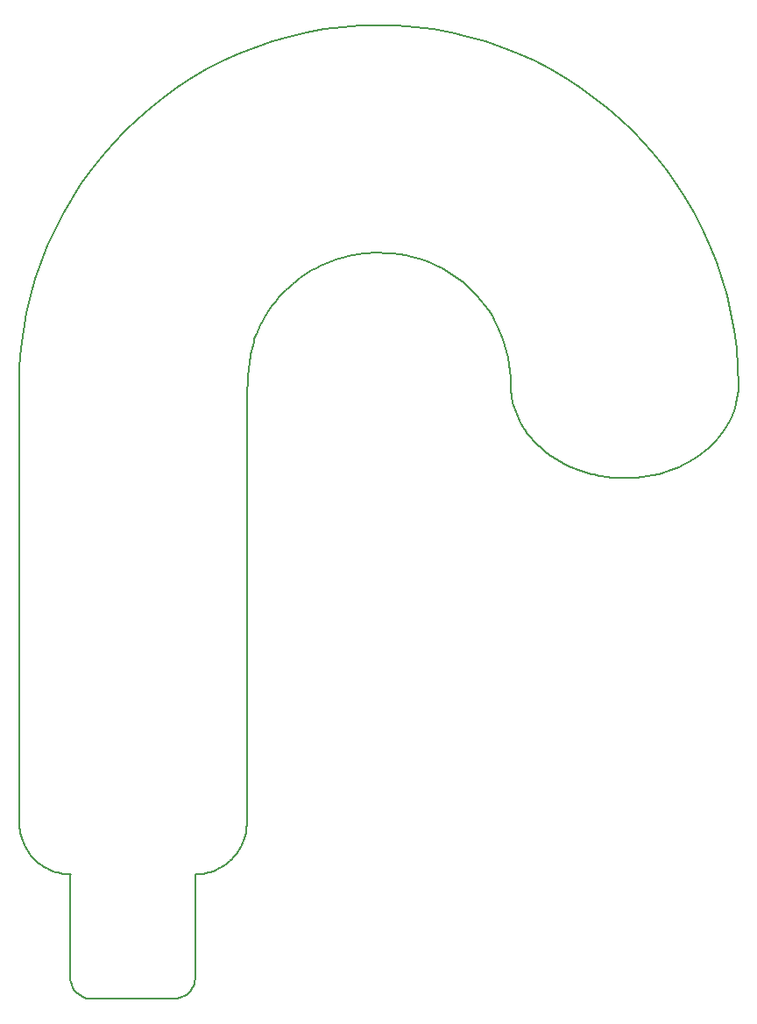
<source format=gm1>
%TF.GenerationSoftware,KiCad,Pcbnew,8.0.4*%
%TF.CreationDate,2024-11-17T15:32:08-07:00*%
%TF.ProjectId,chrimbus2023,63687269-6d62-4757-9332-3032332e6b69,rev?*%
%TF.SameCoordinates,Original*%
%TF.FileFunction,Profile,NP*%
%FSLAX46Y46*%
G04 Gerber Fmt 4.6, Leading zero omitted, Abs format (unit mm)*
G04 Created by KiCad (PCBNEW 8.0.4) date 2024-11-17 15:32:08*
%MOMM*%
%LPD*%
G01*
G04 APERTURE LIST*
%ADD10C,0.200000*%
%TA.AperFunction,Profile*%
%ADD11C,0.200000*%
%TD*%
G04 APERTURE END LIST*
D10*
X80516015Y-146321719D02*
X80773313Y-146315212D01*
X81027233Y-146295902D01*
X81277459Y-146264102D01*
X81523678Y-146220127D01*
X81765576Y-146164291D01*
X82002839Y-146096909D01*
X82235152Y-146018294D01*
X82462202Y-145928760D01*
X82683674Y-145828623D01*
X82899254Y-145718196D01*
X83108629Y-145597793D01*
X83311484Y-145467729D01*
X83507504Y-145328318D01*
X83696377Y-145179874D01*
X83877788Y-145022712D01*
X84051422Y-144857145D01*
X84216966Y-144683488D01*
X84374105Y-144502055D01*
X84522527Y-144313160D01*
X84661915Y-144117118D01*
X84791957Y-143914243D01*
X84912338Y-143704849D01*
X85022744Y-143489250D01*
X85122862Y-143267761D01*
X85212376Y-143040696D01*
X85290973Y-142808368D01*
X85358340Y-142571093D01*
X85414160Y-142329184D01*
X85458122Y-142082956D01*
X85489910Y-141832723D01*
X85509211Y-141578799D01*
X85515710Y-141321499D01*
X133015651Y-99060000D02*
X132970056Y-97282800D01*
X132834775Y-95527627D01*
X132612063Y-93796737D01*
X132304176Y-92092386D01*
X131913368Y-90416828D01*
X131441895Y-88772319D01*
X130892011Y-87161114D01*
X130265973Y-85585470D01*
X129566035Y-84047640D01*
X128794453Y-82549881D01*
X127953481Y-81094447D01*
X127045375Y-79683595D01*
X126072390Y-78319580D01*
X125036781Y-77004657D01*
X123940804Y-75741081D01*
X122786714Y-74531108D01*
X121576765Y-73376993D01*
X120313213Y-72280991D01*
X118998314Y-71245359D01*
X117634321Y-70272351D01*
X116223492Y-69364223D01*
X114768080Y-68523229D01*
X113270341Y-67751627D01*
X111732531Y-67051670D01*
X110156904Y-66425614D01*
X108545715Y-65875716D01*
X106901220Y-65404229D01*
X105225675Y-65013409D01*
X103521333Y-64705513D01*
X101790450Y-64482794D01*
X100035283Y-64347509D01*
X98258085Y-64301914D01*
D11*
X111015961Y-99056382D02*
X111015441Y-99060000D01*
X80516015Y-156321619D02*
X80516015Y-146321719D01*
X68455770Y-146321719D02*
X68455770Y-156321619D01*
D10*
X78515621Y-158321499D02*
X78762267Y-158306288D01*
X79003175Y-158261266D01*
X79235781Y-158187493D01*
X79457523Y-158086030D01*
X79665838Y-157957939D01*
X79858165Y-157804279D01*
X79930046Y-157735894D01*
X63515503Y-141321499D02*
X63522015Y-141578794D01*
X63541331Y-141832713D01*
X63573135Y-142082942D01*
X63617114Y-142329167D01*
X63672953Y-142571073D01*
X63740338Y-142808346D01*
X63818955Y-143040672D01*
X63908490Y-143267736D01*
X64008628Y-143489224D01*
X64119056Y-143704823D01*
X64239458Y-143914217D01*
X64369522Y-144117092D01*
X64508932Y-144313135D01*
X64657375Y-144502030D01*
X64814536Y-144683464D01*
X64980101Y-144857122D01*
X65153756Y-145022691D01*
X65335187Y-145179855D01*
X65524079Y-145328300D01*
X65720119Y-145467713D01*
X65922991Y-145597779D01*
X66132383Y-145718184D01*
X66347979Y-145828613D01*
X66569466Y-145928752D01*
X66796529Y-146018287D01*
X67028854Y-146096903D01*
X67266127Y-146164288D01*
X67508034Y-146220125D01*
X67754260Y-146264101D01*
X68004491Y-146295901D01*
X68258414Y-146315212D01*
X68515714Y-146321719D01*
D11*
X68515714Y-146321719D02*
X68455770Y-146321719D01*
D10*
X98258085Y-64301914D02*
X96480884Y-64347510D01*
X94725712Y-64482795D01*
X92994822Y-64705514D01*
X91290470Y-65013410D01*
X89614913Y-65404230D01*
X87970404Y-65875717D01*
X86359199Y-66425616D01*
X84783554Y-67051671D01*
X83245725Y-67751628D01*
X81747966Y-68523231D01*
X80292533Y-69364224D01*
X78881681Y-70272352D01*
X77517666Y-71245360D01*
X76202742Y-72280992D01*
X74939167Y-73376993D01*
X73729194Y-74531108D01*
X72575079Y-75741081D01*
X71479078Y-77004657D01*
X70443446Y-78319580D01*
X69470438Y-79683595D01*
X68562310Y-81094447D01*
X67721317Y-82549881D01*
X66949714Y-84047640D01*
X66249757Y-85585469D01*
X65623702Y-87161114D01*
X65073803Y-88772319D01*
X64602316Y-90416828D01*
X64211496Y-92092385D01*
X63903600Y-93796737D01*
X63680881Y-95527627D01*
X63545596Y-97282799D01*
X63500000Y-99060000D01*
X122015811Y-108059967D02*
X122581863Y-108048244D01*
X123140485Y-108013478D01*
X123690984Y-107956234D01*
X124232670Y-107877078D01*
X124764851Y-107776575D01*
X125286836Y-107655290D01*
X125797934Y-107513789D01*
X126297455Y-107352637D01*
X126784706Y-107172400D01*
X127258997Y-106973644D01*
X127719636Y-106756933D01*
X128165934Y-106522833D01*
X128597197Y-106271910D01*
X129012736Y-106004729D01*
X129411859Y-105721856D01*
X129793875Y-105423856D01*
X130158094Y-105111294D01*
X130503823Y-104784736D01*
X130830372Y-104444748D01*
X131137049Y-104091894D01*
X131423164Y-103726741D01*
X131688026Y-103349853D01*
X131930943Y-102961797D01*
X132151224Y-102563138D01*
X132348178Y-102154441D01*
X132521114Y-101736271D01*
X132669341Y-101309195D01*
X132792168Y-100873777D01*
X132888903Y-100430583D01*
X132958856Y-99980178D01*
X133001336Y-99523129D01*
X133015651Y-99060000D01*
D11*
X70455647Y-158321499D02*
X78515621Y-158321499D01*
D10*
X63500000Y-99060000D02*
X63500041Y-102480230D01*
X63500162Y-105478484D01*
X63500358Y-108083414D01*
X63500623Y-110323672D01*
X63500952Y-112227910D01*
X63501340Y-113824781D01*
X63501783Y-115142936D01*
X63502274Y-116211027D01*
X63502810Y-117057706D01*
X63503384Y-117711626D01*
X63503992Y-118201439D01*
X63504628Y-118555796D01*
X63505288Y-118803350D01*
X63506658Y-119092656D01*
X63508061Y-119298573D01*
X63509455Y-119650319D01*
X63510137Y-119952508D01*
X63510801Y-120377110D01*
X63511442Y-120952777D01*
X63512057Y-121708161D01*
X63512638Y-122671916D01*
X63513182Y-123872691D01*
X63513683Y-125339141D01*
X63514136Y-127099916D01*
X63514535Y-129183668D01*
X63514877Y-131619051D01*
X63515156Y-134434715D01*
X63515366Y-137659314D01*
X63515503Y-141321499D01*
X114237404Y-105424009D02*
X114432942Y-105580069D01*
X114632674Y-105731757D01*
X114836488Y-105879035D01*
X115044270Y-106021865D01*
X115255908Y-106160208D01*
X115471290Y-106294026D01*
X115690301Y-106423282D01*
X115912831Y-106547936D01*
X116138765Y-106667951D01*
X116367992Y-106783288D01*
X116600398Y-106893909D01*
X116835871Y-106999776D01*
X117074299Y-107100851D01*
X117315568Y-107197096D01*
X117559565Y-107288472D01*
X117806179Y-107374942D01*
X118055296Y-107456466D01*
X118306804Y-107533008D01*
X118560589Y-107604528D01*
X118816540Y-107670988D01*
X119074543Y-107732351D01*
X119334486Y-107788578D01*
X119596256Y-107839630D01*
X119859741Y-107885471D01*
X120124827Y-107926060D01*
X120391403Y-107961361D01*
X120659354Y-107991336D01*
X120928569Y-108015945D01*
X121198935Y-108035151D01*
X121470339Y-108048915D01*
X121742668Y-108057200D01*
X122015811Y-108059967D01*
X111015441Y-99060000D02*
X111018829Y-99283477D01*
X111028962Y-99506289D01*
X111045792Y-99728344D01*
X111069273Y-99949549D01*
X111099358Y-100169813D01*
X111136001Y-100389043D01*
X111179154Y-100607146D01*
X111228771Y-100824031D01*
X111284805Y-101039606D01*
X111347210Y-101253778D01*
X111415939Y-101466455D01*
X111490946Y-101677544D01*
X111572183Y-101886954D01*
X111659604Y-102094593D01*
X111753162Y-102300367D01*
X111852810Y-102504186D01*
X111958503Y-102705956D01*
X112070192Y-102905586D01*
X112187832Y-103102983D01*
X112311376Y-103298055D01*
X112440777Y-103490710D01*
X112575988Y-103680855D01*
X112716963Y-103868399D01*
X112863655Y-104053250D01*
X113016018Y-104235314D01*
X113174004Y-104414500D01*
X113337567Y-104590715D01*
X113506660Y-104763868D01*
X113681238Y-104933866D01*
X113861251Y-105100617D01*
X114046656Y-105264028D01*
X114237404Y-105424009D01*
X85500207Y-104059694D02*
X85499959Y-103795624D01*
X85499387Y-103521643D01*
X85498710Y-103238451D01*
X85498151Y-102946752D01*
X85497929Y-102647247D01*
X85498266Y-102340641D01*
X85499384Y-102027634D01*
X85501504Y-101708931D01*
X85504846Y-101385233D01*
X85509631Y-101057243D01*
X85516082Y-100725663D01*
X85524419Y-100391197D01*
X85534863Y-100054546D01*
X85547635Y-99716414D01*
X85562957Y-99377503D01*
X85581050Y-99038515D01*
X85602134Y-98700153D01*
X85626431Y-98363120D01*
X85654163Y-98028118D01*
X85685549Y-97695850D01*
X85720813Y-97367018D01*
X85760173Y-97042325D01*
X85803853Y-96722474D01*
X85852072Y-96408167D01*
X85905052Y-96100107D01*
X85963015Y-95798996D01*
X86026180Y-95505536D01*
X86094770Y-95220432D01*
X86169006Y-94944384D01*
X86249109Y-94678096D01*
X86335299Y-94422270D01*
X86427799Y-94177610D01*
X68455770Y-156321619D02*
X68466106Y-156526089D01*
X68496421Y-156724653D01*
X68577152Y-157009225D01*
X68697180Y-157274853D01*
X68853112Y-157518145D01*
X69041556Y-157735710D01*
X69259120Y-157924155D01*
X69502412Y-158080087D01*
X69768040Y-158200115D01*
X70052612Y-158280847D01*
X70251176Y-158311161D01*
X70455647Y-158321499D01*
X98258085Y-86302122D02*
X98925983Y-86318346D01*
X99583807Y-86366532D01*
X100230828Y-86445952D01*
X100866315Y-86555875D01*
X101489541Y-86695572D01*
X102099775Y-86864313D01*
X102696287Y-87061370D01*
X103278349Y-87286011D01*
X103845230Y-87537509D01*
X104396202Y-87815134D01*
X104930535Y-88118155D01*
X105447498Y-88445844D01*
X105946364Y-88797471D01*
X106426402Y-89172306D01*
X106886883Y-89569621D01*
X107327078Y-89988685D01*
X107746256Y-90428769D01*
X108143689Y-90889143D01*
X108518646Y-91369079D01*
X108870400Y-91867846D01*
X109198219Y-92384716D01*
X109501375Y-92918958D01*
X109779138Y-93469843D01*
X110030779Y-94036641D01*
X110255567Y-94618624D01*
X110452775Y-95215061D01*
X110621671Y-95825224D01*
X110761528Y-96448382D01*
X110871614Y-97083806D01*
X110951202Y-97730767D01*
X110999560Y-98388536D01*
X111015961Y-99056382D01*
X85515710Y-141321499D02*
X85515581Y-137821652D01*
X85515385Y-134720315D01*
X85515126Y-131992705D01*
X85514808Y-129614037D01*
X85514436Y-127559527D01*
X85514015Y-125804392D01*
X85513549Y-124323848D01*
X85513041Y-123093111D01*
X85512498Y-122087398D01*
X85511923Y-121281924D01*
X85511320Y-120651905D01*
X85510694Y-120172559D01*
X85510050Y-119819101D01*
X85509392Y-119566747D01*
X85508051Y-119266217D01*
X85506046Y-118954110D01*
X85504764Y-118549353D01*
X85504154Y-118213617D01*
X85503569Y-117755932D01*
X85503015Y-117151512D01*
X85502495Y-116375576D01*
X85502015Y-115403338D01*
X85501578Y-114210015D01*
X85501190Y-112770824D01*
X85500854Y-111060979D01*
X85500575Y-109055699D01*
X85500358Y-106730198D01*
X85500207Y-104059694D01*
X86427799Y-94177610D02*
X86611082Y-93743896D01*
X86809565Y-93319114D01*
X87022930Y-92903580D01*
X87250860Y-92497611D01*
X87493038Y-92101525D01*
X87749146Y-91715639D01*
X88018867Y-91340270D01*
X88301885Y-90975736D01*
X88597881Y-90622353D01*
X88906538Y-90280440D01*
X89227539Y-89950312D01*
X89560566Y-89632289D01*
X89905303Y-89326685D01*
X90261433Y-89033820D01*
X90628636Y-88754011D01*
X91006598Y-88487573D01*
X91394999Y-88234826D01*
X91793524Y-87996085D01*
X92201854Y-87771669D01*
X92619672Y-87561895D01*
X93046662Y-87367079D01*
X93482505Y-87187539D01*
X93926884Y-87023593D01*
X94379483Y-86875557D01*
X94839983Y-86743749D01*
X95308068Y-86628486D01*
X95783420Y-86530085D01*
X96265723Y-86448864D01*
X96754657Y-86385140D01*
X97249907Y-86339230D01*
X97751156Y-86311452D01*
X98258085Y-86302122D01*
X79930046Y-157735894D02*
X80093683Y-157550721D01*
X80232182Y-157348529D01*
X80344479Y-157131879D01*
X80429514Y-156903333D01*
X80486225Y-156665453D01*
X80513550Y-156420802D01*
X80516015Y-156321619D01*
M02*

</source>
